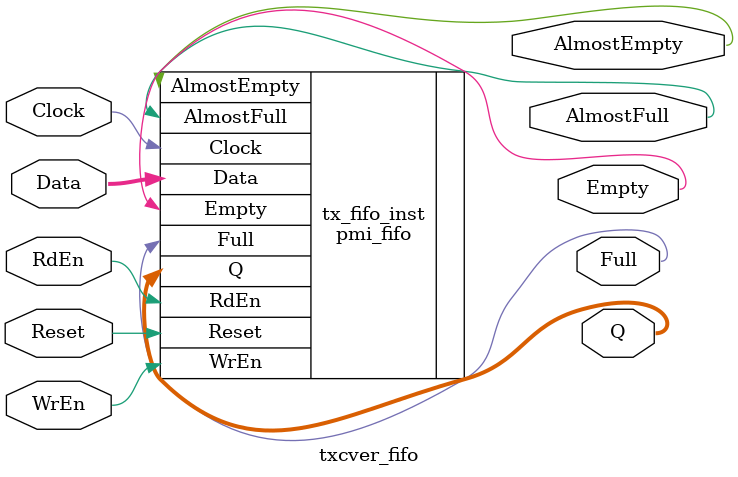
<source format=v>
`timescale 1ns / 10ps
module txcver_fifo (Data, Clock, WrEn, RdEn, Reset, Q, Empty, Full,
                    AlmostEmpty, AlmostFull);

   input [7:0] Data;
   input Clock;
   input WrEn;
   input RdEn;
   input Reset;
   output [7:0] Q;
   output Empty;
   output Full;
   output AlmostEmpty;
   output AlmostFull;
        pmi_fifo #(
                 .pmi_data_width(8),
                 .pmi_data_depth(16),
                 .pmi_full_flag(16),
                 .pmi_empty_flag(0),
                 .pmi_almost_full_flag(8),
                 .pmi_almost_empty_flag(4),
                 .pmi_regmode("noreg"),
                 .pmi_family("ECP3"),
                 .module_type("pmi_fifo"),
                 .pmi_implementation("EBR")
                 )
             tx_fifo_inst
                 (
                     .Data(Data),
                  .Clock(Clock),
                  .WrEn(WrEn),
                  .RdEn(RdEn),
                  .Reset(Reset),
                  .Q(Q),
                  .Empty(Empty),
                  .Full(Full),
                  .AlmostEmpty(AlmostEmpty),
                  .AlmostFull(AlmostFull)
                  );
//
endmodule
//`endif

</source>
